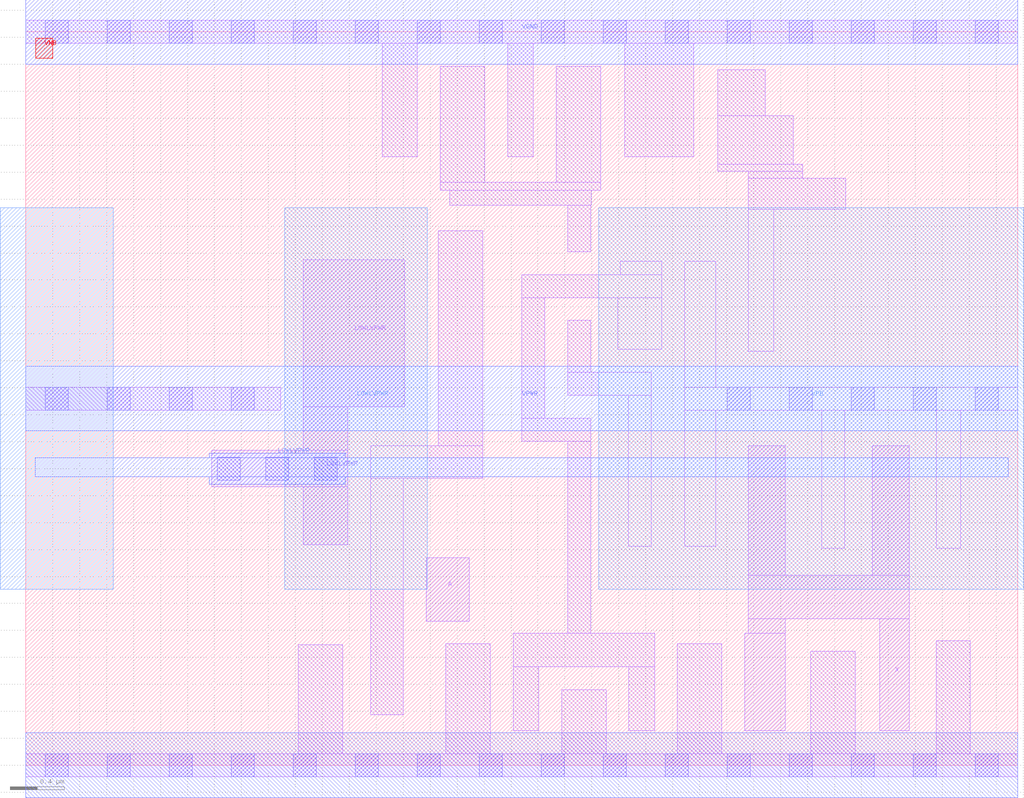
<source format=lef>
# Copyright 2020 The SkyWater PDK Authors
#
# Licensed under the Apache License, Version 2.0 (the "License");
# you may not use this file except in compliance with the License.
# You may obtain a copy of the License at
#
#     https://www.apache.org/licenses/LICENSE-2.0
#
# Unless required by applicable law or agreed to in writing, software
# distributed under the License is distributed on an "AS IS" BASIS,
# WITHOUT WARRANTIES OR CONDITIONS OF ANY KIND, either express or implied.
# See the License for the specific language governing permissions and
# limitations under the License.
#
# SPDX-License-Identifier: Apache-2.0

VERSION 5.7 ;
  NOWIREEXTENSIONATPIN ON ;
  DIVIDERCHAR "/" ;
  BUSBITCHARS "[]" ;
MACRO sky130_fd_sc_hd__lpflow_lsbuf_lh_isowell_4
  CLASS CORE ;
  FOREIGN sky130_fd_sc_hd__lpflow_lsbuf_lh_isowell_4 ;
  ORIGIN  0.000000  0.000000 ;
  SIZE  7.360000 BY  5.440000 ;
  SYMMETRY X Y R90 ;
  SITE unithd ;
  PIN A
    ANTENNAGATEAREA  0.603000 ;
    DIRECTION INPUT ;
    USE SIGNAL ;
    PORT
      LAYER li1 ;
        RECT 2.970000 1.070000 3.290000 1.540000 ;
    END
  END A
  PIN X
    ANTENNADIFFAREA  1.072500 ;
    DIRECTION OUTPUT ;
    USE SIGNAL ;
    PORT
      LAYER li1 ;
        RECT 5.335000 0.255000 5.635000 0.980000 ;
        RECT 5.360000 0.980000 5.635000 1.085000 ;
        RECT 5.360000 1.085000 6.555000 1.410000 ;
        RECT 5.360000 1.410000 5.635000 2.370000 ;
        RECT 6.280000 1.410000 6.555000 2.370000 ;
        RECT 6.335000 0.255000 6.555000 1.085000 ;
    END
  END X
  PIN LOWLVPWR
    DIRECTION INOUT ;
    SHAPE ABUTMENT ;
    USE POWER ;
    PORT
      LAYER li1 ;
        RECT 1.380000 2.065000 2.390000 2.335000 ;
        RECT 2.060000 1.635000 2.390000 2.065000 ;
        RECT 2.060000 2.335000 2.390000 2.660000 ;
        RECT 2.060000 2.660000 2.810000 3.750000 ;
      LAYER mcon ;
        RECT 1.420000 2.115000 1.590000 2.285000 ;
        RECT 1.780000 2.115000 1.950000 2.285000 ;
        RECT 2.140000 2.115000 2.310000 2.285000 ;
    END
    PORT
      LAYER met1 ;
        RECT 0.070000 2.140000 7.290000 2.280000 ;
        RECT 1.360000 2.085000 2.370000 2.140000 ;
        RECT 1.360000 2.280000 2.370000 2.315000 ;
      LAYER nwell ;
        RECT 1.920000 1.305000 2.980000 4.135000 ;
    END
  END LOWLVPWR
  PIN VGND
    DIRECTION INOUT ;
    SHAPE ABUTMENT ;
    USE GROUND ;
    PORT
      LAYER met1 ;
        RECT 0.000000 5.200000 7.360000 5.680000 ;
    END
  END VGND
  PIN VNB
    DIRECTION INOUT ;
    USE GROUND ;
    PORT
      LAYER pwell ;
        RECT 0.075000 5.245000 0.200000 5.395000 ;
    END
  END VNB
  PIN VPB
    DIRECTION INOUT ;
    USE POWER ;
    PORT
      LAYER nwell ;
        RECT 4.250000 1.305000 7.405000 4.135000 ;
    END
  END VPB
  PIN VPWR
    DIRECTION INOUT ;
    SHAPE ABUTMENT ;
    USE POWER ;
    PORT
      LAYER met1 ;
        RECT 0.000000 2.480000 7.360000 2.960000 ;
    END
  END VPWR
  OBS
    LAYER li1 ;
      RECT 0.000000 -0.085000 7.360000 0.085000 ;
      RECT 0.000000  2.635000 1.890000 2.805000 ;
      RECT 0.000000  5.355000 7.360000 5.525000 ;
      RECT 2.020000  0.085000 2.350000 0.895000 ;
      RECT 2.560000  0.375000 2.800000 2.130000 ;
      RECT 2.560000  2.130000 3.390000 2.370000 ;
      RECT 2.645000  4.515000 2.905000 5.355000 ;
      RECT 3.060000  2.370000 3.390000 3.965000 ;
      RECT 3.075000  4.265000 4.265000 4.325000 ;
      RECT 3.075000  4.325000 3.405000 5.185000 ;
      RECT 3.115000  0.085000 3.445000 0.900000 ;
      RECT 3.145000  4.155000 4.195000 4.265000 ;
      RECT 3.575000  4.515000 3.765000 5.355000 ;
      RECT 3.615000  0.255000 3.805000 0.730000 ;
      RECT 3.615000  0.730000 4.665000 0.980000 ;
      RECT 3.680000  2.405000 4.190000 2.575000 ;
      RECT 3.680000  2.575000 3.850000 3.470000 ;
      RECT 3.680000  3.470000 4.720000 3.640000 ;
      RECT 3.935000  4.325000 4.265000 5.185000 ;
      RECT 3.975000  0.085000 4.305000 0.560000 ;
      RECT 4.020000  0.980000 4.190000 2.405000 ;
      RECT 4.020000  2.745000 4.640000 2.915000 ;
      RECT 4.020000  2.915000 4.190000 3.300000 ;
      RECT 4.020000  3.810000 4.190000 4.155000 ;
      RECT 4.390000  3.085000 4.720000 3.470000 ;
      RECT 4.410000  3.640000 4.720000 3.740000 ;
      RECT 4.445000  4.515000 4.955000 5.355000 ;
      RECT 4.470000  1.625000 4.640000 2.745000 ;
      RECT 4.475000  0.255000 4.665000 0.730000 ;
      RECT 4.835000  0.085000 5.165000 0.900000 ;
      RECT 4.890000  1.625000 5.120000 2.635000 ;
      RECT 4.890000  2.635000 7.360000 2.805000 ;
      RECT 4.890000  2.805000 5.120000 3.740000 ;
      RECT 5.135000  4.405000 5.765000 4.460000 ;
      RECT 5.135000  4.460000 5.695000 4.820000 ;
      RECT 5.135000  4.820000 5.485000 5.160000 ;
      RECT 5.360000  3.070000 5.550000 4.125000 ;
      RECT 5.360000  4.125000 6.085000 4.355000 ;
      RECT 5.360000  4.355000 5.765000 4.405000 ;
      RECT 5.825000  0.085000 6.155000 0.845000 ;
      RECT 5.905000  1.610000 6.075000 2.635000 ;
      RECT 6.755000  0.085000 7.005000 0.925000 ;
      RECT 6.755000  1.610000 6.935000 2.635000 ;
    LAYER mcon ;
      RECT 0.145000 -0.085000 0.315000 0.085000 ;
      RECT 0.145000  2.635000 0.315000 2.805000 ;
      RECT 0.145000  5.355000 0.315000 5.525000 ;
      RECT 0.605000 -0.085000 0.775000 0.085000 ;
      RECT 0.605000  2.635000 0.775000 2.805000 ;
      RECT 0.605000  5.355000 0.775000 5.525000 ;
      RECT 1.065000 -0.085000 1.235000 0.085000 ;
      RECT 1.065000  2.635000 1.235000 2.805000 ;
      RECT 1.065000  5.355000 1.235000 5.525000 ;
      RECT 1.525000 -0.085000 1.695000 0.085000 ;
      RECT 1.525000  2.635000 1.695000 2.805000 ;
      RECT 1.525000  5.355000 1.695000 5.525000 ;
      RECT 1.985000 -0.085000 2.155000 0.085000 ;
      RECT 1.985000  5.355000 2.155000 5.525000 ;
      RECT 2.445000 -0.085000 2.615000 0.085000 ;
      RECT 2.445000  5.355000 2.615000 5.525000 ;
      RECT 2.905000 -0.085000 3.075000 0.085000 ;
      RECT 2.905000  5.355000 3.075000 5.525000 ;
      RECT 3.365000 -0.085000 3.535000 0.085000 ;
      RECT 3.365000  5.355000 3.535000 5.525000 ;
      RECT 3.825000 -0.085000 3.995000 0.085000 ;
      RECT 3.825000  5.355000 3.995000 5.525000 ;
      RECT 4.285000 -0.085000 4.455000 0.085000 ;
      RECT 4.285000  5.355000 4.455000 5.525000 ;
      RECT 4.745000 -0.085000 4.915000 0.085000 ;
      RECT 4.745000  5.355000 4.915000 5.525000 ;
      RECT 5.205000 -0.085000 5.375000 0.085000 ;
      RECT 5.205000  2.635000 5.375000 2.805000 ;
      RECT 5.205000  5.355000 5.375000 5.525000 ;
      RECT 5.665000 -0.085000 5.835000 0.085000 ;
      RECT 5.665000  2.635000 5.835000 2.805000 ;
      RECT 5.665000  5.355000 5.835000 5.525000 ;
      RECT 6.125000 -0.085000 6.295000 0.085000 ;
      RECT 6.125000  2.635000 6.295000 2.805000 ;
      RECT 6.125000  5.355000 6.295000 5.525000 ;
      RECT 6.585000 -0.085000 6.755000 0.085000 ;
      RECT 6.585000  2.635000 6.755000 2.805000 ;
      RECT 6.585000  5.355000 6.755000 5.525000 ;
      RECT 7.045000 -0.085000 7.215000 0.085000 ;
      RECT 7.045000  2.635000 7.215000 2.805000 ;
      RECT 7.045000  5.355000 7.215000 5.525000 ;
    LAYER met1 ;
      RECT 0.000000 -0.240000 7.360000 0.240000 ;
    LAYER nwell ;
      RECT -0.190000 1.305000 0.650000 4.135000 ;
  END
END sky130_fd_sc_hd__lpflow_lsbuf_lh_isowell_4
END LIBRARY

</source>
